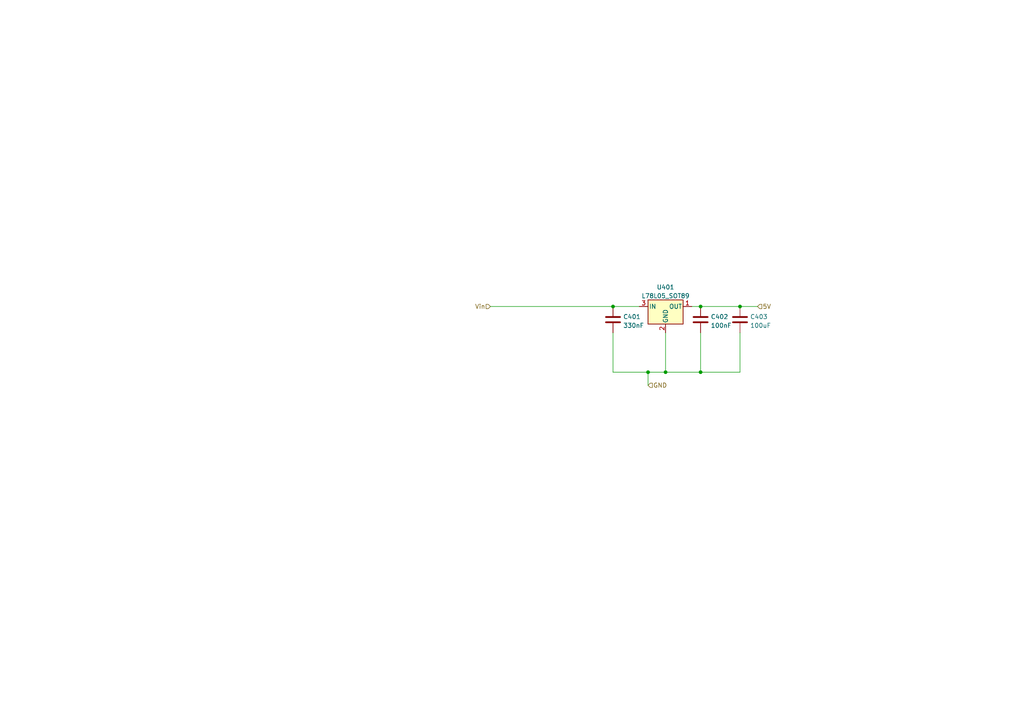
<source format=kicad_sch>
(kicad_sch (version 20230121) (generator eeschema)
  (paper "A4")
  (lib_symbols
    (symbol "Device:C" (pin_numbers hide) (pin_names (offset 0.254))
      (property "Reference" "C" (at 0.635 2.54 0))
      (property "Value" "C" (at 0.635 -2.54 0))
      (symbol "C_0_1"
        (polyline (pts (xy -2.032 -0.762) (xy 2.032 -0.762)) (stroke (width 0.508)))
        (polyline (pts (xy -2.032 0.762) (xy 2.032 0.762)) (stroke (width 0.508)))
      )
      (symbol "C_1_1"
        (pin passive line (at 0 3.81 270) (length 2.794) (name "~") (number "1"))
        (pin passive line (at 0 -3.81 90) (length 2.794) (name "~") (number "2"))
      )
    )
    (symbol "Regulator_Linear:L78L05_SOT89" (pin_names (offset 0.254))
      (property "Reference" "U" (at -3.81 3.175 0))
      (property "Value" "L78L05_SOT89" (at -0.635 3.175 0))
      (symbol "L78L05_SOT89_0_1"
        (rectangle (start -5.08 1.905) (end 5.08 -5.08) (stroke (width 0.254)) (fill (type background)))
      )
      (symbol "L78L05_SOT89_1_1"
        (pin power_out line (at 7.62 0 180) (length 2.54) (name "OUT") (number "1"))
        (pin power_in line (at 0 -7.62 90) (length 2.54) (name "GND") (number "2"))
        (pin power_in line (at -7.62 0 0) (length 2.54) (name "IN") (number "3"))
      )
    )
  )
  (junction (at 203.2 88.9))
  (junction (at 214.63 88.9))
  (junction (at 193.04 107.95))
  (junction (at 177.8 88.9))
  (junction (at 203.2 107.95))
  (junction (at 187.96 107.95))
  (wire (pts (xy 177.8 88.9) (xy 185.42 88.9)))
  (wire (pts (xy 142.24 88.9) (xy 177.8 88.9)))
  (wire (pts (xy 203.2 96.52) (xy 203.2 107.95)))
  (wire (pts (xy 187.96 107.95) (xy 187.96 111.76)))
  (wire (pts (xy 187.96 107.95) (xy 193.04 107.95)))
  (wire (pts (xy 214.63 96.52) (xy 214.63 107.95)))
  (wire (pts (xy 214.63 88.9) (xy 219.71 88.9)))
  (wire (pts (xy 177.8 96.52) (xy 177.8 107.95)))
  (wire (pts (xy 193.04 96.52) (xy 193.04 107.95)))
  (wire (pts (xy 203.2 107.95) (xy 214.63 107.95)))
  (wire (pts (xy 177.8 107.95) (xy 187.96 107.95)))
  (wire (pts (xy 200.66 88.9) (xy 203.2 88.9)))
  (wire (pts (xy 203.2 88.9) (xy 214.63 88.9)))
  (wire (pts (xy 193.04 107.95) (xy 203.2 107.95)))
  (hierarchical_label "GND" (shape input) (at 187.96 111.76 0))
  (hierarchical_label "Vin" (shape input) (at 142.24 88.9 180))
  (hierarchical_label "5V" (shape input) (at 219.71 88.9 0))
  (symbol (lib_id "Device:C") (at 203.2 92.71 0) (unit 1)
    (property "Reference" "C402" (at 206.121 91.8753 0) (effects (justify left)))
    (property "Value" "100nF" (at 206.121 94.4122 0) (effects (justify left)))
    (property "Footprint" "Capacitor_SMD:C_0603_1608Metric_Pad1.08x0.95mm_HandSolder" (effects hide))
    (property "JLCPCB Part#" "C14663" (effects hide))
    (instances (project "XnetBlockUnit" (path "" (reference "C402") (unit 1))) (project "general_schematics" (path "" (reference "C31") (unit 1))))
  )
  (symbol (lib_id "Regulator_Linear:L78L05_SOT89") (at 193.04 88.9 0) (unit 1)
    (property "Reference" "U401" (at 193.04 83.2952 0))
    (property "Value" "L78L05_SOT89" (at 193.04 85.8321 0))
    (property "Footprint" "Package_TO_SOT_SMD:SOT-89-3" (effects hide))
    (property "Datasheet" "http://www.st.com/content/ccc/resource/technical/document/datasheet/15/55/e5/aa/23/5b/43/fd/CD00000446.pdf/files/CD00000446.pdf/jcr:content/translations/en.CD00000446.pdf" (effects hide))
    (property "JLCPCB Part#" "C71136" (effects hide))
    (instances (project "XnetBlockUnit" (path "" (reference "U401") (unit 1))) (project "general_schematics" (path "" (reference "U26") (unit 1))))
  )
  (symbol (lib_id "Device:C") (at 177.8 92.71 0) (unit 1)
    (property "Reference" "C401" (at 180.721 91.8753 0) (effects (justify left)))
    (property "Value" "330nF" (at 180.721 94.4122 0) (effects (justify left)))
    (property "Footprint" "Capacitor_SMD:C_0603_1608Metric_Pad1.08x0.95mm_HandSolder" (effects hide))
    (property "JLCPCB Part#" "C1615" (effects hide))
    (instances (project "XnetBlockUnit" (path "" (reference "C401") (unit 1))) (project "general_schematics" (path "" (reference "C30") (unit 1))))
  )
  (symbol (lib_id "Device:C") (at 214.63 92.71 0) (unit 1)
    (property "Reference" "C403" (at 217.551 91.8753 0) (effects (justify left)))
    (property "Value" "100uF" (at 217.551 94.4122 0) (effects (justify left)))
    (property "Footprint" "Capacitor_SMD:C_1206_3216Metric_Pad1.33x1.80mm_HandSolder" (effects hide))
    (property "JLCPCB Part#" "C15008" (effects hide))
    (instances (project "XnetBlockUnit" (path "" (reference "C403") (unit 1))) (project "general_schematics" (path "" (reference "C32") (unit 1))))
  )
)
</source>
